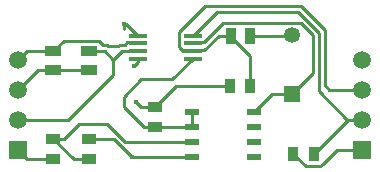
<source format=gtl>
G04*
G04 #@! TF.GenerationSoftware,Altium Limited,Altium Designer,18.0.12 (696)*
G04*
G04 Layer_Physical_Order=1*
G04 Layer_Color=255*
%FSLAX25Y25*%
%MOIN*%
G70*
G01*
G75*
%ADD13C,0.01000*%
G04:AMPARAMS|DCode=25|XSize=15mil|YSize=61.02mil|CornerRadius=1.65mil|HoleSize=0mil|Usage=FLASHONLY|Rotation=90.000|XOffset=0mil|YOffset=0mil|HoleType=Round|Shape=RoundedRectangle|*
%AMROUNDEDRECTD25*
21,1,0.01500,0.05772,0,0,90.0*
21,1,0.01170,0.06102,0,0,90.0*
1,1,0.00330,0.02886,0.00585*
1,1,0.00330,0.02886,-0.00585*
1,1,0.00330,-0.02886,-0.00585*
1,1,0.00330,-0.02886,0.00585*
%
%ADD25ROUNDEDRECTD25*%
G04:AMPARAMS|DCode=26|XSize=21.65mil|YSize=49.21mil|CornerRadius=1.95mil|HoleSize=0mil|Usage=FLASHONLY|Rotation=90.000|XOffset=0mil|YOffset=0mil|HoleType=Round|Shape=RoundedRectangle|*
%AMROUNDEDRECTD26*
21,1,0.02165,0.04532,0,0,90.0*
21,1,0.01776,0.04921,0,0,90.0*
1,1,0.00390,0.02266,0.00888*
1,1,0.00390,0.02266,-0.00888*
1,1,0.00390,-0.02266,-0.00888*
1,1,0.00390,-0.02266,0.00888*
%
%ADD26ROUNDEDRECTD26*%
%ADD27R,0.05118X0.03347*%
%ADD28R,0.03347X0.05118*%
%ADD29R,0.03740X0.05315*%
%ADD30R,0.05315X0.03740*%
%ADD31C,0.05906*%
%ADD32R,0.05906X0.05906*%
%ADD33C,0.05315*%
%ADD34R,0.05315X0.05315*%
%ADD35C,0.01500*%
D13*
X161500Y158000D02*
X162634Y159134D01*
Y160382D01*
X158693Y172000D02*
X162634Y168059D01*
X158000Y172000D02*
X158693D01*
X158000Y170118D02*
Y172000D01*
X180819Y137500D02*
Y142500D01*
X160672Y127500D02*
X180819D01*
X154609Y133563D02*
X160672Y127500D01*
X146287Y133563D02*
X154609D01*
X134484Y133622D02*
X138122D01*
X143000Y138500D01*
X152500D01*
X158500Y132500D01*
X180819D01*
X129287Y156634D02*
X134484D01*
X122653Y150000D02*
X129287Y156634D01*
X134484D02*
X146484D01*
X214000Y148505D02*
X221000Y155506D01*
X177564Y162941D02*
X180941D01*
X176390Y164115D02*
X177564Y162941D01*
X176390Y164115D02*
Y169334D01*
X185056Y178000D01*
X216853D01*
X225000Y169853D01*
Y151500D02*
Y169853D01*
Y151500D02*
X226500Y150000D01*
X237500D01*
X232693Y140000D02*
X237500D01*
X232500D02*
X232693D01*
X188882Y176000D02*
X216024D01*
X223000Y169025D01*
Y149500D02*
Y169025D01*
Y149500D02*
X232500Y140000D01*
X213809Y168000D02*
X214000Y168191D01*
X199937Y168000D02*
X213809D01*
X193638Y167650D02*
Y168000D01*
Y167650D02*
X200134Y161154D01*
Y151221D02*
Y161154D01*
X189536Y168000D02*
X193638D01*
X184786Y163250D02*
X189536Y168000D01*
X191056Y172348D02*
X216848D01*
X184517Y165809D02*
X191056Y172348D01*
X221000Y155506D02*
Y168196D01*
X216848Y172348D02*
X221000Y168196D01*
X181250Y165809D02*
X184517D01*
X180941Y165500D02*
X181250Y165809D01*
X181250Y163250D02*
X184786D01*
X180941Y168059D02*
X188882Y176000D01*
X180941Y162941D02*
X181250Y163250D01*
X201488Y142500D02*
X207494Y148505D01*
X214000D01*
X152828Y164500D02*
X156172D01*
X159058Y165809D02*
X162325D01*
X158190Y164941D02*
X159058Y165809D01*
X156613Y164941D02*
X158190D01*
X156172Y164500D02*
X156613Y164941D01*
X157441Y162941D02*
X162634D01*
X154500Y160000D02*
X157441Y162941D01*
X152395Y164933D02*
X152828Y164500D01*
X134484Y162933D02*
X137854Y166303D01*
X149763D02*
X151133Y164933D01*
X152395D01*
X137854Y166303D02*
X149763D01*
X164690Y137654D02*
X168500D01*
X174059Y153500D02*
X180941Y160382D01*
X163843Y153500D02*
X174059D01*
X158000Y147657D02*
X163843Y153500D01*
X158000Y144343D02*
Y147657D01*
Y144343D02*
X164690Y137654D01*
X162000Y146000D02*
X163654Y144346D01*
X168500D01*
X214500Y128500D02*
X218559Y124441D01*
X229000Y130000D02*
X237500D01*
X224366Y125366D02*
X229000Y130000D01*
X224366Y125320D02*
Y125366D01*
X223487Y124441D02*
X224366Y125320D01*
X218559Y124441D02*
X223487D01*
X221193Y128500D02*
X232693Y140000D01*
X175374Y151221D02*
X193441D01*
X168500Y144346D02*
X175374Y151221D01*
X180665Y137654D02*
X180819Y137500D01*
X168500Y137654D02*
X180665D01*
X134484Y133622D02*
X141236Y126870D01*
X146287D01*
X125724Y126929D02*
X134484D01*
X122653Y130000D02*
X125724Y126929D01*
X162325Y165809D02*
X162634Y165500D01*
X146484Y162933D02*
X151567D01*
X154500Y160000D01*
Y155000D02*
Y160000D01*
X139500Y140000D02*
X154500Y155000D01*
X122653Y140000D02*
X139500D01*
X125587Y162933D02*
X134484D01*
X122653Y160000D02*
X125587Y162933D01*
D25*
X162634Y168059D02*
D03*
Y165500D02*
D03*
Y162941D02*
D03*
Y160382D02*
D03*
X180941Y168059D02*
D03*
Y165500D02*
D03*
Y162941D02*
D03*
Y160382D02*
D03*
D26*
X201488Y127500D02*
D03*
Y132500D02*
D03*
Y137500D02*
D03*
Y142500D02*
D03*
X180819Y127500D02*
D03*
Y132500D02*
D03*
Y137500D02*
D03*
Y142500D02*
D03*
D27*
X134484Y133622D02*
D03*
Y126929D02*
D03*
X168500Y137654D02*
D03*
Y144346D02*
D03*
X146287Y133563D02*
D03*
Y126870D02*
D03*
D28*
X193441Y151221D02*
D03*
X200134D02*
D03*
X214500Y128500D02*
D03*
X221193D02*
D03*
D29*
X199937Y168000D02*
D03*
X193638D02*
D03*
D30*
X134484Y156634D02*
D03*
Y162933D02*
D03*
X146484Y156634D02*
D03*
Y162933D02*
D03*
D31*
X237500Y160000D02*
D03*
Y150000D02*
D03*
Y140000D02*
D03*
X122653Y160000D02*
D03*
Y150000D02*
D03*
Y140000D02*
D03*
D32*
X237500Y130000D02*
D03*
X122653D02*
D03*
D33*
X214000Y168191D02*
D03*
D34*
X214000Y148505D02*
D03*
D35*
X161500Y158000D02*
D03*
X158000Y172000D02*
D03*
X160672Y127500D02*
D03*
X162000Y146000D02*
D03*
M02*

</source>
